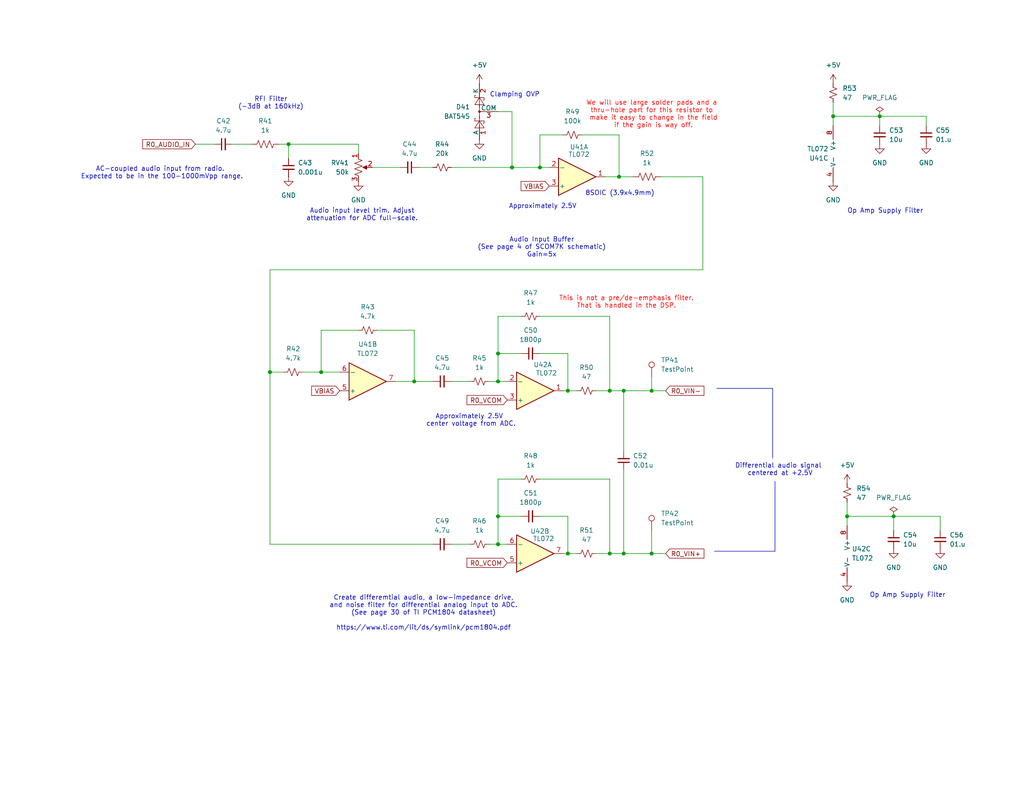
<source format=kicad_sch>
(kicad_sch (version 20250114) (generator "eeschema") (generator_version "9.0")
  (paper "USLetter")
  (title_block (title "COS/CTCSS/PTT Controls (Radio 1)") (date "2025-03-18") (rev "2") (company "Bruce MacKinnon KC1FSZ") (comment 1 "Copyright (C) Bruce MacKinnon, 2025") (comment 2 "NOT FOR COMMERCIAL USE"))
  (lib_symbols
    (symbol "Amplifier_Operational:TL072" (pin_names (offset 0.127))
      (property "Reference" "U" (at 0 5.08 0))
      (property "Value" "TL072" (at 0 -5.08 0))
      (symbol "TL072_1_1"
        (polyline (pts (xy -5.08 5.08) (xy 5.08 0) (xy -5.08 -5.08) (xy -5.08 5.08)) (stroke (width 0.254)) (fill (type background)))
        (pin input line (at -7.62 2.54 0) (length 2.54) (name "+") (number "3"))
        (pin input line (at -7.62 -2.54 0) (length 2.54) (name "-") (number "2"))
        (pin output line (at 7.62 0 180) (length 2.54) (name "~") (number "1"))
      )
      (symbol "TL072_2_1"
        (polyline (pts (xy -5.08 5.08) (xy 5.08 0) (xy -5.08 -5.08) (xy -5.08 5.08)) (stroke (width 0.254)) (fill (type background)))
        (pin input line (at -7.62 2.54 0) (length 2.54) (name "+") (number "5"))
        (pin input line (at -7.62 -2.54 0) (length 2.54) (name "-") (number "6"))
        (pin output line (at 7.62 0 180) (length 2.54) (name "~") (number "7"))
      )
      (symbol "TL072_3_1"
        (pin power_in line (at -2.54 7.62 270) (length 3.81) (name "V+") (number "8"))
        (pin power_in line (at -2.54 -7.62 90) (length 3.81) (name "V-") (number "4"))
      )
    )
    (symbol "Connector:TestPoint" (pin_numbers (hide yes)) (pin_names (offset 0.762) (hide yes))
      (property "Reference" "TP" (at 0 6.858 0))
      (property "Value" "TestPoint" (at 0 5.08 0))
      (symbol "TestPoint_0_1"
        (circle (center 0 3.302) (radius 0.762))
      )
      (symbol "TestPoint_1_1"
        (pin passive line (at 0 0 90) (length 2.54) (name "1") (number "1"))
      )
    )
    (symbol "Device:C_Small" (pin_numbers (hide yes)) (pin_names (offset 0.254) (hide yes))
      (property "Reference" "C" (at 0.254 1.778 0))
      (property "Value" "C_Small" (at 0.254 -2.032 0))
      (symbol "C_Small_0_1"
        (polyline (pts (xy -1.524 0.508) (xy 1.524 0.508)) (stroke (width 0.3048)))
        (polyline (pts (xy -1.524 -0.508) (xy 1.524 -0.508)) (stroke (width 0.3302)))
      )
      (symbol "C_Small_1_1"
        (pin passive line (at 0 2.54 270) (length 2.032) (name "~") (number "1"))
        (pin passive line (at 0 -2.54 90) (length 2.032) (name "~") (number "2"))
      )
    )
    (symbol "Device:R_Potentiometer_US" (pin_names (offset 1.016) (hide yes))
      (property "Reference" "RV" (at -4.445 0 90))
      (property "Value" "R_Potentiometer_US" (at -2.54 0 90))
      (symbol "R_Potentiometer_US_0_1"
        (polyline (pts (xy 0 2.54) (xy 0 2.286)))
        (polyline (pts (xy 0 2.286) (xy 1.016 1.905) (xy 0 1.524) (xy -1.016 1.143) (xy 0 0.762)))
        (polyline (pts (xy 0 0.762) (xy 1.016 0.381) (xy 0 0) (xy -1.016 -0.381) (xy 0 -0.762)))
        (polyline (pts (xy 0 -0.762) (xy 1.016 -1.143) (xy 0 -1.524) (xy -1.016 -1.905) (xy 0 -2.286)))
        (polyline (pts (xy 0 -2.286) (xy 0 -2.54)))
        (polyline (pts (xy 1.143 0) (xy 2.286 0.508) (xy 2.286 -0.508) (xy 1.143 0)) (fill (type outline)))
        (polyline (pts (xy 2.54 0) (xy 1.524 0)))
      )
      (symbol "R_Potentiometer_US_1_1"
        (pin passive line (at 0 3.81 270) (length 1.27) (name "1") (number "1"))
        (pin passive line (at 0 -3.81 90) (length 1.27) (name "3") (number "3"))
        (pin passive line (at 3.81 0 180) (length 1.27) (name "2") (number "2"))
      )
    )
    (symbol "Device:R_Small_US" (pin_numbers (hide yes)) (pin_names (offset 0.254) (hide yes))
      (property "Reference" "R" (at 0.762 0.508 0))
      (property "Value" "R_Small_US" (at 0.762 -1.016 0))
      (symbol "R_Small_US_1_1"
        (polyline (pts (xy 0 1.524) (xy 1.016 1.143) (xy 0 0.762) (xy -1.016 0.381) (xy 0 0)))
        (polyline (pts (xy 0 0) (xy 1.016 -0.381) (xy 0 -0.762) (xy -1.016 -1.143) (xy 0 -1.524)))
        (pin passive line (at 0 2.54 270) (length 1.016) (name "~") (number "1"))
        (pin passive line (at 0 -2.54 90) (length 1.016) (name "~") (number "2"))
      )
    )
    (symbol "Device:R_US" (pin_numbers (hide yes)) (pin_names (offset 0))
      (property "Reference" "R" (at 2.54 0 90))
      (property "Value" "R_US" (at -2.54 0 90))
      (symbol "R_US_0_1"
        (polyline (pts (xy 0 2.286) (xy 0 2.54)))
        (polyline (pts (xy 0 2.286) (xy 1.016 1.905) (xy 0 1.524) (xy -1.016 1.143) (xy 0 0.762)))
        (polyline (pts (xy 0 0.762) (xy 1.016 0.381) (xy 0 0) (xy -1.016 -0.381) (xy 0 -0.762)))
        (polyline (pts (xy 0 -0.762) (xy 1.016 -1.143) (xy 0 -1.524) (xy -1.016 -1.905) (xy 0 -2.286)))
        (polyline (pts (xy 0 -2.286) (xy 0 -2.54)))
      )
      (symbol "R_US_1_1"
        (pin passive line (at 0 3.81 270) (length 1.27) (name "~") (number "1"))
        (pin passive line (at 0 -3.81 90) (length 1.27) (name "~") (number "2"))
      )
    )
    (symbol "Diode:BAT54S" (pin_names (offset 0))
      (property "Reference" "D" (at 2.54 -5.08 0))
      (property "Value" "BAT54S" (at -6.35 3.175 0))
      (symbol "BAT54S_0_1"
        (polyline (pts (xy -4.445 1.27) (xy -4.445 -1.27) (xy -2.54 0) (xy -4.445 1.27)))
        (polyline (pts (xy -3.81 0) (xy -1.27 0)))
        (polyline (pts (xy -3.175 -1.27) (xy -3.175 -1.016)))
        (polyline (pts (xy -2.54 1.27) (xy -1.905 1.27)))
        (polyline (pts (xy -2.54 -1.27) (xy -3.175 -1.27)))
        (polyline (pts (xy -2.54 -1.27) (xy -2.54 1.27)))
        (polyline (pts (xy -1.905 1.27) (xy -1.905 1.016)))
        (polyline (pts (xy -1.905 0) (xy 1.905 0)))
        (circle (center 0 0) (radius 0.254) (fill (type outline)))
        (polyline (pts (xy 1.27 0) (xy 3.81 0)))
        (polyline (pts (xy 1.905 1.27) (xy 1.905 -1.27) (xy 3.81 0) (xy 1.905 1.27)))
        (polyline (pts (xy 3.175 -1.27) (xy 3.175 -1.016)))
        (polyline (pts (xy 3.81 1.27) (xy 4.445 1.27)))
        (polyline (pts (xy 3.81 -1.27) (xy 3.175 -1.27)))
        (polyline (pts (xy 3.81 -1.27) (xy 3.81 1.27)))
        (polyline (pts (xy 4.445 1.27) (xy 4.445 1.016)))
      )
      (symbol "BAT54S_1_1"
        (pin passive line (at -7.62 0 0) (length 3.81) (name "A") (number "1"))
        (pin passive line (at 0 -5.08 90) (length 5.08) (name "COM") (number "3"))
        (pin passive line (at 7.62 0 180) (length 3.81) (name "K") (number "2"))
      )
    )
    (symbol "power:+5V" (power) (pin_numbers (hide yes)) (pin_names (offset 0) (hide yes))
      (property "Value" "+5V" (at 0 3.556 0))
      (symbol "+5V_0_1"
        (polyline (pts (xy -0.762 1.27) (xy 0 2.54)))
        (polyline (pts (xy 0 2.54) (xy 0.762 1.27)))
        (polyline (pts (xy 0 0) (xy 0 2.54)))
      )
      (symbol "+5V_1_1"
        (pin power_in line (at 0 0 90) (length 0) (name "~") (number "1"))
      )
    )
    (symbol "power:GND" (power) (pin_numbers (hide yes)) (pin_names (offset 0) (hide yes))
      (property "Value" "GND" (at 0 -3.81 0))
      (symbol "GND_0_1"
        (polyline (pts (xy 0 0) (xy 0 -1.27) (xy 1.27 -1.27) (xy 0 -2.54) (xy -1.27 -1.27) (xy 0 -1.27)))
      )
      (symbol "GND_1_1"
        (pin power_in line (at 0 0 270) (length 0) (name "~") (number "1"))
      )
    )
    (symbol "power:PWR_FLAG" (power) (pin_numbers (hide yes)) (pin_names (offset 0) (hide yes))
      (property "Value" "PWR_FLAG" (at 0 3.81 0))
      (symbol "PWR_FLAG_0_0"
        (pin power_out line (at 0 0 90) (length 0) (name "~") (number "1"))
      )
      (symbol "PWR_FLAG_0_1"
        (polyline (pts (xy 0 0) (xy 0 1.27) (xy -1.016 1.905) (xy 0 2.54) (xy 1.016 1.905) (xy 0 1.27)))
      )
    )
  )
  (text "Op Amp Supply Filter" (at 247.65 162.56 0) (effects (font (size 1.27 1.27))))
  (text "Op Amp Supply Filter" (at 241.554 57.658 0) (effects (font (size 1.27 1.27))))
  (text "Differential audio signal \ncentered at +2.5V" (at 212.852 128.27 0) (effects (font (size 1.27 1.27))))
  (text "Approximately 2.5V \ncenter voltage from ADC." (at 128.524 114.808 0) (effects (font (size 1.27 1.27))))
  (text "We will use large solder pads and a \nthru-hole part for this resistor to \nmake it easy to change in the field\nif the gain is way off." (at 178.308 31.242 0) (effects (font (size 1.27 1.27))))
  (text "Audio input level trim. Adjust\nattenuation for ADC full-scale." (at 98.806 58.674 0) (effects (font (size 1.27 1.27))))
  (text "RFI Filter\n(-3dB at 160kHz)" (at 73.914 28.194 0) (effects (font (size 1.27 1.27))))
  (text "Create differemtial audio, a low-impedance drive,\nand noise filter for differential analog input to ADC.\n(See page 30 of TI PCM1804 datasheet)\n\nhttps://www.ti.com/lit/ds/symlink/pcm1804.pdf\n" (at 115.57 167.386 0) (effects (font (size 1.27 1.27))))
  (text "This is not a pre/de-emphasis filter.\nThat is handled in the DSP." (at 170.942 82.55 0) (effects (font (size 1.27 1.27))))
  (text "Clamping OVP" (at 140.462 25.908 0) (effects (font (size 1.27 1.27))))
  (text "Audio Input Buffer\n(See page 4 of SCOM7K schematic)\nGain=5x" (at 147.828 67.564 0) (effects (font (size 1.27 1.27))))
  (text "AC-coupled audio input from radio. \nExpected to be in the 100-1000mVpp range." (at 44.196 47.244 0) (effects (font (size 1.27 1.27))))
  (text "Approximately 2.5V\n" (at 148.082 56.388 0) (effects (font (size 1.27 1.27))))
  (text "8SOIC (3.9x4.9mm)" (at 169.164 52.832 0) (effects (font (size 1.27 1.27))))
  (junction (at 154.94 151.13))
  (junction (at 166.37 106.68))
  (junction (at 231.14 140.97))
  (junction (at 135.89 104.14))
  (junction (at 147.32 45.72))
  (junction (at 139.7 45.72))
  (junction (at 166.37 151.13))
  (junction (at 78.74 39.37))
  (junction (at 135.89 140.97))
  (junction (at 135.89 148.59))
  (junction (at 113.03 104.14))
  (junction (at 154.94 106.68))
  (junction (at 87.63 101.6))
  (junction (at 243.84 140.97))
  (junction (at 168.91 48.26))
  (junction (at 73.66 101.6))
  (junction (at 177.8 151.13))
  (junction (at 177.8 106.68))
  (junction (at 135.89 96.52))
  (junction (at 227.33 31.75))
  (junction (at 240.03 31.75))
  (junction (at 170.18 151.13))
  (junction (at 170.18 106.68))
  (wire (pts (xy 97.79 39.37) (xy 97.79 41.91)))
  (wire (pts (xy 180.34 48.26) (xy 191.77 48.26)))
  (wire (pts (xy 168.91 36.83) (xy 168.91 48.26)))
  (wire (pts (xy 252.73 31.75) (xy 240.03 31.75)))
  (wire (pts (xy 177.8 106.68) (xy 181.61 106.68)))
  (wire (pts (xy 154.94 96.52) (xy 154.94 106.68)))
  (wire (pts (xy 231.14 137.16) (xy 231.14 140.97)))
  (wire (pts (xy 227.33 27.94) (xy 227.33 31.75)))
  (wire (pts (xy 133.35 148.59) (xy 135.89 148.59)))
  (wire (pts (xy 135.89 148.59) (xy 138.43 148.59)))
  (wire (pts (xy 243.84 140.97) (xy 256.54 140.97)))
  (wire (pts (xy 162.56 106.68) (xy 166.37 106.68)))
  (wire (pts (xy 73.66 73.66) (xy 73.66 101.6)))
  (wire (pts (xy 154.94 151.13) (xy 157.48 151.13)))
  (wire (pts (xy 63.5 39.37) (xy 68.58 39.37)))
  (wire (pts (xy 135.89 96.52) (xy 142.24 96.52)))
  (wire (pts (xy 170.18 106.68) (xy 170.18 123.19)))
  (wire (pts (xy 102.87 90.17) (xy 113.03 90.17)))
  (wire (pts (xy 123.19 148.59) (xy 128.27 148.59)))
  (polyline (pts (xy 195.58 106.045) (xy 210.82 106.045)))
  (wire (pts (xy 73.66 101.6) (xy 77.47 101.6)))
  (wire (pts (xy 78.74 39.37) (xy 97.79 39.37)))
  (wire (pts (xy 139.7 45.72) (xy 147.32 45.72)))
  (wire (pts (xy 243.84 144.78) (xy 243.84 140.97)))
  (wire (pts (xy 76.2 39.37) (xy 78.74 39.37)))
  (wire (pts (xy 166.37 86.36) (xy 166.37 106.68)))
  (wire (pts (xy 135.89 96.52) (xy 135.89 104.14)))
  (wire (pts (xy 168.91 48.26) (xy 172.72 48.26)))
  (wire (pts (xy 114.3 45.72) (xy 118.11 45.72)))
  (wire (pts (xy 170.18 151.13) (xy 177.8 151.13)))
  (wire (pts (xy 53.34 39.37) (xy 58.42 39.37)))
  (wire (pts (xy 147.32 96.52) (xy 154.94 96.52)))
  (wire (pts (xy 97.79 90.17) (xy 87.63 90.17)))
  (wire (pts (xy 170.18 128.27) (xy 170.18 151.13)))
  (wire (pts (xy 82.55 101.6) (xy 87.63 101.6)))
  (wire (pts (xy 133.35 104.14) (xy 135.89 104.14)))
  (wire (pts (xy 166.37 151.13) (xy 170.18 151.13)))
  (wire (pts (xy 191.77 73.66) (xy 73.66 73.66)))
  (wire (pts (xy 231.14 140.97) (xy 243.84 140.97)))
  (wire (pts (xy 166.37 106.68) (xy 170.18 106.68)))
  (wire (pts (xy 177.8 144.78) (xy 177.8 151.13)))
  (wire (pts (xy 123.19 45.72) (xy 139.7 45.72)))
  (wire (pts (xy 135.89 30.48) (xy 139.7 30.48)))
  (wire (pts (xy 113.03 104.14) (xy 118.11 104.14)))
  (polyline (pts (xy 211.455 131.445) (xy 211.455 150.495)))
  (wire (pts (xy 162.56 151.13) (xy 166.37 151.13)))
  (wire (pts (xy 135.89 130.81) (xy 142.24 130.81)))
  (wire (pts (xy 73.66 101.6) (xy 73.66 148.59)))
  (wire (pts (xy 135.89 86.36) (xy 135.89 96.52)))
  (wire (pts (xy 123.19 104.14) (xy 128.27 104.14)))
  (wire (pts (xy 256.54 140.97) (xy 256.54 144.78)))
  (wire (pts (xy 135.89 130.81) (xy 135.89 140.97)))
  (wire (pts (xy 87.63 101.6) (xy 92.71 101.6)))
  (wire (pts (xy 231.14 140.97) (xy 231.14 143.51)))
  (wire (pts (xy 147.32 86.36) (xy 166.37 86.36)))
  (wire (pts (xy 107.95 104.14) (xy 113.03 104.14)))
  (wire (pts (xy 135.89 86.36) (xy 142.24 86.36)))
  (wire (pts (xy 135.89 104.14) (xy 138.43 104.14)))
  (wire (pts (xy 147.32 36.83) (xy 153.67 36.83)))
  (wire (pts (xy 153.67 106.68) (xy 154.94 106.68)))
  (wire (pts (xy 227.33 31.75) (xy 227.33 34.29)))
  (wire (pts (xy 135.89 140.97) (xy 135.89 148.59)))
  (wire (pts (xy 158.75 36.83) (xy 168.91 36.83)))
  (wire (pts (xy 73.66 148.59) (xy 118.11 148.59)))
  (wire (pts (xy 154.94 106.68) (xy 157.48 106.68)))
  (wire (pts (xy 87.63 90.17) (xy 87.63 101.6)))
  (wire (pts (xy 147.32 36.83) (xy 147.32 45.72)))
  (wire (pts (xy 165.1 48.26) (xy 168.91 48.26)))
  (wire (pts (xy 153.67 151.13) (xy 154.94 151.13)))
  (wire (pts (xy 170.18 106.68) (xy 177.8 106.68)))
  (wire (pts (xy 154.94 140.97) (xy 154.94 151.13)))
  (wire (pts (xy 252.73 34.29) (xy 252.73 31.75)))
  (wire (pts (xy 240.03 34.29) (xy 240.03 31.75)))
  (wire (pts (xy 78.74 39.37) (xy 78.74 43.18)))
  (wire (pts (xy 101.6 45.72) (xy 109.22 45.72)))
  (wire (pts (xy 177.8 102.87) (xy 177.8 106.68)))
  (wire (pts (xy 135.89 140.97) (xy 142.24 140.97)))
  (wire (pts (xy 166.37 130.81) (xy 166.37 151.13)))
  (wire (pts (xy 177.8 151.13) (xy 181.61 151.13)))
  (polyline (pts (xy 194.945 150.495) (xy 211.455 150.495)))
  (wire (pts (xy 139.7 30.48) (xy 139.7 45.72)))
  (wire (pts (xy 227.33 31.75) (xy 240.03 31.75)))
  (wire (pts (xy 147.32 130.81) (xy 166.37 130.81)))
  (wire (pts (xy 147.32 140.97) (xy 154.94 140.97)))
  (polyline (pts (xy 210.82 106.045) (xy 210.82 125.095)))
  (wire (pts (xy 113.03 90.17) (xy 113.03 104.14)))
  (wire (pts (xy 191.77 48.26) (xy 191.77 73.66)))
  (wire (pts (xy 147.32 45.72) (xy 149.86 45.72)))
  (global_label "R0_VCOM" (shape input) (at 138.43 153.67 180) (property "Intersheetrefs" "${INTERSHEET_REFS}" (effects (hide yes))))
  (global_label "VBIAS" (shape input) (at 92.71 106.68 180) (property "Intersheetrefs" "${INTERSHEET_REFS}" (effects (hide yes))))
  (global_label "R0_VCOM" (shape input) (at 138.43 109.22 180) (property "Intersheetrefs" "${INTERSHEET_REFS}" (effects (hide yes))))
  (global_label "R0_AUDIO_IN" (shape input) (at 53.34 39.37 180) (property "Intersheetrefs" "${INTERSHEET_REFS}" (effects (hide yes))))
  (global_label "VBIAS" (shape input) (at 149.86 50.8 180) (property "Intersheetrefs" "${INTERSHEET_REFS}" (effects (hide yes))))
  (global_label "R0_VIN+" (shape input) (at 181.61 151.13 0) (property "Intersheetrefs" "${INTERSHEET_REFS}" (effects (hide yes))))
  (global_label "R0_VIN-" (shape input) (at 181.61 106.68 0) (property "Intersheetrefs" "${INTERSHEET_REFS}" (effects (hide yes))))
  (symbol (lib_id "Amplifier_Operational:TL072") (at 146.05 106.68 0) (mirror x) (unit 1)
    (property "Reference" "U42" (at 148.082 99.568 0))
    (property "Value" "TL072" (at 149.098 101.854 0))
    (property "Footprint" "Package_SO:SOIC-8_3.9x4.9mm_P1.27mm" (effects (hide yes)))
    (property "Datasheet" "http://www.ti.com/lit/ds/symlink/tl071.pdf" (effects (hide yes)))
    (property "Description" "Dual Low-Noise JFET-Input Operational Amplifiers, DIP-8/SOIC-8" (effects (hide yes)))
  )
  (symbol (lib_id "power:GND") (at 231.14 158.75 0) (unit 1)
    (property "Reference" "#PWR0119" (effects (hide yes)))
    (property "Value" "GND" (at 231.14 163.83 0))
    (property "Description" "Power symbol creates a global label with name \"GND\" , ground" (effects (hide yes)))
  )
  (symbol (lib_id "Device:R_US") (at 72.39 39.37 90) (unit 1)
    (property "Reference" "R41" (at 72.39 33.02 90))
    (property "Value" "1k" (at 72.39 35.56 90))
    (property "Footprint" "Resistor_SMD:R_0805_2012Metric_Pad1.20x1.40mm_HandSolder" (effects (hide yes)))
    (property "Description" "Resistor, US symbol" (effects (hide yes)))
  )
  (symbol (lib_id "power:PWR_FLAG") (at 243.84 140.97 0) (unit 1)
    (property "Reference" "#FLG042" (effects (hide yes)))
    (property "Value" "PWR_FLAG" (at 243.84 135.89 0))
    (property "Description" "Special symbol for telling ERC where power comes from" (effects (hide yes)))
  )
  (symbol (lib_id "Amplifier_Operational:TL072") (at 233.68 151.13 0) (unit 3)
    (property "Reference" "U42" (at 232.41 149.8599 0) (effects (justify left)))
    (property "Value" "TL072" (at 232.41 152.3999 0) (effects (justify left)))
    (property "Footprint" "Package_SO:SOIC-8_3.9x4.9mm_P1.27mm" (effects (hide yes)))
    (property "Datasheet" "http://www.ti.com/lit/ds/symlink/tl071.pdf" (effects (hide yes)))
    (property "Description" "Dual Low-Noise JFET-Input Operational Amplifiers, DIP-8/SOIC-8" (effects (hide yes)))
  )
  (symbol (lib_id "power:GND") (at 240.03 39.37 0) (unit 1)
    (property "Reference" "#PWR0120" (effects (hide yes)))
    (property "Value" "GND" (at 240.03 44.45 0))
    (property "Description" "Power symbol creates a global label with name \"GND\" , ground" (effects (hide yes)))
  )
  (symbol (lib_id "Diode:BAT54S") (at 130.81 30.48 90) (unit 1)
    (property "Reference" "D41" (at 128.27 29.2099 90) (effects (justify left)))
    (property "Value" "BAT54S" (at 128.27 31.7499 90) (effects (justify left)))
    (property "Footprint" "Package_TO_SOT_SMD:SOT-23" (effects (hide yes)))
    (property "Datasheet" "https://www.diodes.com/assets/Datasheets/ds11005.pdf" (effects (hide yes)))
    (property "Description" "Vr 30V, If 200mA, Dual schottky barrier diode, in series, SOT-323" (effects (hide yes)))
  )
  (symbol (lib_id "Device:R_Small_US") (at 80.01 101.6 90) (unit 1)
    (property "Reference" "R42" (at 80.01 95.25 90))
    (property "Value" "4.7k" (at 80.01 97.79 90))
    (property "Footprint" "Resistor_SMD:R_0805_2012Metric_Pad1.20x1.40mm_HandSolder" (effects (hide yes)))
    (property "Description" "Resistor, small US symbol" (effects (hide yes)))
  )
  (symbol (lib_id "power:GND") (at 78.74 48.26 0) (unit 1)
    (property "Reference" "#PWR069" (effects (hide yes)))
    (property "Value" "GND" (at 78.74 53.34 0))
    (property "Description" "Power symbol creates a global label with name \"GND\" , ground" (effects (hide yes)))
  )
  (symbol (lib_id "power:+5V") (at 130.81 22.86 0) (unit 1)
    (property "Reference" "#PWR0109" (effects (hide yes)))
    (property "Value" "+5V" (at 130.81 17.78 0))
    (property "Description" "Power symbol creates a global label with name \"+5V\"" (effects (hide yes)))
  )
  (symbol (lib_id "Device:C_Small") (at 111.76 45.72 270) (unit 1)
    (property "Reference" "C44" (at 111.7536 39.37 90))
    (property "Value" "4.7u" (at 111.7536 41.91 90))
    (property "Footprint" "Capacitor_SMD:C_0805_2012Metric_Pad1.18x1.45mm_HandSolder" (effects (hide yes)))
    (property "Description" "Unpolarized capacitor, small symbol" (effects (hide yes)))
  )
  (symbol (lib_id "Device:R_Small_US") (at 160.02 151.13 90) (unit 1)
    (property "Reference" "R51" (at 160.02 144.78 90))
    (property "Value" "47" (at 160.02 147.32 90))
    (property "Footprint" "Resistor_SMD:R_0805_2012Metric_Pad1.20x1.40mm_HandSolder" (effects (hide yes)))
    (property "Description" "Resistor, small US symbol" (effects (hide yes)))
  )
  (symbol (lib_id "Device:R_Small_US") (at 100.33 90.17 90) (unit 1)
    (property "Reference" "R43" (at 100.33 83.82 90))
    (property "Value" "4.7k" (at 100.33 86.36 90))
    (property "Footprint" "Resistor_SMD:R_0805_2012Metric_Pad1.20x1.40mm_HandSolder" (effects (hide yes)))
    (property "Description" "Resistor, small US symbol" (effects (hide yes)))
  )
  (symbol (lib_id "Device:C_Small") (at 256.54 147.32 0) (unit 1)
    (property "Reference" "C56" (at 259.08 146.0562 0) (effects (justify left)))
    (property "Value" "01.u" (at 259.08 148.5962 0) (effects (justify left)))
    (property "Footprint" "Capacitor_SMD:C_0805_2012Metric_Pad1.18x1.45mm_HandSolder" (effects (hide yes)))
    (property "Description" "Unpolarized capacitor, small symbol" (effects (hide yes)))
  )
  (symbol (lib_id "Device:R_Small_US") (at 227.33 25.4 0) (unit 1)
    (property "Reference" "R53" (at 229.87 24.1299 0) (effects (justify left)))
    (property "Value" "47" (at 229.87 26.6699 0) (effects (justify left)))
    (property "Footprint" "Resistor_SMD:R_0805_2012Metric_Pad1.20x1.40mm_HandSolder" (effects (hide yes)))
    (property "Description" "Resistor, small US symbol" (effects (hide yes)))
  )
  (symbol (lib_id "Device:R_Small_US") (at 144.78 86.36 90) (unit 1)
    (property "Reference" "R47" (at 144.78 80.01 90))
    (property "Value" "1k" (at 144.78 82.55 90))
    (property "Footprint" "Resistor_SMD:R_0805_2012Metric_Pad1.20x1.40mm_HandSolder" (effects (hide yes)))
    (property "Description" "Resistor, small US symbol" (effects (hide yes)))
  )
  (symbol (lib_id "power:GND") (at 256.54 149.86 0) (unit 1)
    (property "Reference" "#PWR0123" (effects (hide yes)))
    (property "Value" "GND" (at 256.54 154.94 0))
    (property "Description" "Power symbol creates a global label with name \"GND\" , ground" (effects (hide yes)))
  )
  (symbol (lib_id "Device:C_Small") (at 78.74 45.72 0) (unit 1)
    (property "Reference" "C43" (at 81.28 44.4562 0) (effects (justify left)))
    (property "Value" "0.001u" (at 81.28 46.9962 0) (effects (justify left)))
    (property "Footprint" "Capacitor_SMD:C_0805_2012Metric_Pad1.18x1.45mm_HandSolder" (effects (hide yes)))
    (property "Description" "Unpolarized capacitor, small symbol" (effects (hide yes)))
  )
  (symbol (lib_id "Device:R_Small_US") (at 156.21 36.83 90) (unit 1)
    (property "Reference" "R49" (at 156.21 30.48 90))
    (property "Value" "100k" (at 156.21 33.02 90))
    (property "Footprint" "Resistor_SMD:R_0805_2012Metric_Pad1.20x1.40mm_HandSolder" (effects (hide yes)))
    (property "Description" "Resistor, small US symbol" (effects (hide yes)))
  )
  (symbol (lib_id "Device:R_Small_US") (at 144.78 130.81 90) (unit 1)
    (property "Reference" "R48" (at 144.78 124.46 90))
    (property "Value" "1k" (at 144.78 127 90))
    (property "Footprint" "Resistor_SMD:R_0805_2012Metric_Pad1.20x1.40mm_HandSolder" (effects (hide yes)))
    (property "Description" "Resistor, small US symbol" (effects (hide yes)))
  )
  (symbol (lib_id "Device:C_Small") (at 243.84 147.32 0) (unit 1)
    (property "Reference" "C54" (at 246.38 146.0562 0) (effects (justify left)))
    (property "Value" "10u" (at 246.38 148.5962 0) (effects (justify left)))
    (property "Footprint" "Capacitor_SMD:C_0805_2012Metric_Pad1.18x1.45mm_HandSolder" (effects (hide yes)))
    (property "Description" "Unpolarized capacitor, small symbol" (effects (hide yes)))
  )
  (symbol (lib_id "Device:R_Small_US") (at 231.14 134.62 0) (unit 1)
    (property "Reference" "R54" (at 233.68 133.3499 0) (effects (justify left)))
    (property "Value" "47" (at 233.68 135.8899 0) (effects (justify left)))
    (property "Footprint" "Resistor_SMD:R_0805_2012Metric_Pad1.20x1.40mm_HandSolder" (effects (hide yes)))
    (property "Description" "Resistor, small US symbol" (effects (hide yes)))
  )
  (symbol (lib_id "Device:R_Small_US") (at 130.81 148.59 90) (unit 1)
    (property "Reference" "R46" (at 130.81 142.24 90))
    (property "Value" "1k" (at 130.81 144.78 90))
    (property "Footprint" "Resistor_SMD:R_0805_2012Metric_Pad1.20x1.40mm_HandSolder" (effects (hide yes)))
    (property "Description" "Resistor, small US symbol" (effects (hide yes)))
  )
  (symbol (lib_id "Device:C_Small") (at 240.03 36.83 0) (unit 1)
    (property "Reference" "C53" (at 242.57 35.5662 0) (effects (justify left)))
    (property "Value" "10u" (at 242.57 38.1062 0) (effects (justify left)))
    (property "Footprint" "Capacitor_SMD:C_0805_2012Metric_Pad1.18x1.45mm_HandSolder" (effects (hide yes)))
    (property "Description" "Unpolarized capacitor, small symbol" (effects (hide yes)))
  )
  (symbol (lib_id "Amplifier_Operational:TL072") (at 146.05 151.13 0) (mirror x) (unit 2)
    (property "Reference" "U42" (at 147.32 145.034 0))
    (property "Value" "TL072" (at 148.336 147.066 0))
    (property "Footprint" "Package_SO:SOIC-8_3.9x4.9mm_P1.27mm" (effects (hide yes)))
    (property "Datasheet" "http://www.ti.com/lit/ds/symlink/tl071.pdf" (effects (hide yes)))
    (property "Description" "Dual Low-Noise JFET-Input Operational Amplifiers, DIP-8/SOIC-8" (effects (hide yes)))
  )
  (symbol (lib_id "Device:C_Small") (at 144.78 140.97 90) (unit 1)
    (property "Reference" "C51" (at 144.7863 134.62 90))
    (property "Value" "1800p" (at 144.7863 137.16 90))
    (property "Footprint" "Capacitor_SMD:C_0805_2012Metric_Pad1.18x1.45mm_HandSolder" (effects (hide yes)))
    (property "Description" "Unpolarized capacitor, small symbol" (effects (hide yes)))
  )
  (symbol (lib_id "Device:C_Small") (at 120.65 148.59 90) (unit 1)
    (property "Reference" "C49" (at 120.6563 142.24 90))
    (property "Value" "4.7u" (at 120.6563 144.78 90))
    (property "Footprint" "Capacitor_SMD:C_0805_2012Metric_Pad1.18x1.45mm_HandSolder" (effects (hide yes)))
    (property "Description" "Unpolarized capacitor, small symbol" (effects (hide yes)))
  )
  (symbol (lib_id "power:+5V") (at 227.33 22.86 0) (unit 1)
    (property "Reference" "#PWR0116" (effects (hide yes)))
    (property "Value" "+5V" (at 227.33 17.78 0))
    (property "Description" "Power symbol creates a global label with name \"+5V\"" (effects (hide yes)))
  )
  (symbol (lib_id "Device:C_Small") (at 144.78 96.52 90) (unit 1)
    (property "Reference" "C50" (at 144.7863 90.17 90))
    (property "Value" "1800p" (at 144.7863 92.71 90))
    (property "Footprint" "Capacitor_SMD:C_0805_2012Metric_Pad1.18x1.45mm_HandSolder" (effects (hide yes)))
    (property "Description" "Unpolarized capacitor, small symbol" (effects (hide yes)))
  )
  (symbol (lib_id "Device:R_Small_US") (at 160.02 106.68 90) (unit 1)
    (property "Reference" "R50" (at 160.02 100.33 90))
    (property "Value" "47" (at 160.02 102.87 90))
    (property "Footprint" "Resistor_SMD:R_0805_2012Metric_Pad1.20x1.40mm_HandSolder" (effects (hide yes)))
    (property "Description" "Resistor, small US symbol" (effects (hide yes)))
  )
  (symbol (lib_id "Amplifier_Operational:TL072") (at 157.48 48.26 0) (mirror x) (unit 1)
    (property "Reference" "U41" (at 157.988 40.132 0))
    (property "Value" "TL072" (at 157.988 42.164 0))
    (property "Footprint" "Package_SO:SOIC-8_3.9x4.9mm_P1.27mm" (effects (hide yes)))
    (property "Datasheet" "http://www.ti.com/lit/ds/symlink/tl071.pdf" (effects (hide yes)))
    (property "Description" "Dual Low-Noise JFET-Input Operational Amplifiers, DIP-8/SOIC-8" (effects (hide yes)))
  )
  (symbol (lib_id "Amplifier_Operational:TL072") (at 229.87 41.91 0) (unit 3)
    (property "Reference" "U41" (at 226.06 43.1801 0) (effects (justify right)))
    (property "Value" "TL072" (at 226.06 40.6401 0) (effects (justify right)))
    (property "Footprint" "Package_SO:SOIC-8_3.9x4.9mm_P1.27mm" (effects (hide yes)))
    (property "Datasheet" "http://www.ti.com/lit/ds/symlink/tl071.pdf" (effects (hide yes)))
    (property "Description" "Dual Low-Noise JFET-Input Operational Amplifiers, DIP-8/SOIC-8" (effects (hide yes)))
  )
  (symbol (lib_id "Device:R_Small_US") (at 120.65 45.72 90) (unit 1)
    (property "Reference" "R44" (at 120.65 39.37 90))
    (property "Value" "20k" (at 120.65 41.91 90))
    (property "Footprint" "Resistor_SMD:R_0805_2012Metric_Pad1.20x1.40mm_HandSolder" (effects (hide yes)))
    (property "Description" "Resistor, small US symbol" (effects (hide yes)))
  )
  (symbol (lib_id "power:GND") (at 227.33 49.53 0) (unit 1)
    (property "Reference" "#PWR0117" (effects (hide yes)))
    (property "Value" "GND" (at 227.33 54.61 0))
    (property "Description" "Power symbol creates a global label with name \"GND\" , ground" (effects (hide yes)))
  )
  (symbol (lib_id "Connector:TestPoint") (at 177.8 102.87 0) (unit 1)
    (property "Reference" "TP41" (at 180.34 98.2979 0) (effects (justify left)))
    (property "Value" "TestPoint" (at 180.34 100.8379 0) (effects (justify left)))
    (property "Footprint" "TestPoint:TestPoint_Pad_2.5x2.5mm" (effects (hide yes)))
    (property "Description" "test point" (effects (hide yes)))
  )
  (symbol (lib_id "Device:C_Small") (at 120.65 104.14 90) (unit 1)
    (property "Reference" "C45" (at 120.6563 97.79 90))
    (property "Value" "4.7u" (at 120.6563 100.33 90))
    (property "Footprint" "Capacitor_SMD:C_0805_2012Metric_Pad1.18x1.45mm_HandSolder" (effects (hide yes)))
    (property "Description" "Unpolarized capacitor, small symbol" (effects (hide yes)))
  )
  (symbol (lib_id "power:+5V") (at 231.14 132.08 0) (unit 1)
    (property "Reference" "#PWR0118" (effects (hide yes)))
    (property "Value" "+5V" (at 231.14 127 0))
    (property "Description" "Power symbol creates a global label with name \"+5V\"" (effects (hide yes)))
  )
  (symbol (lib_id "power:GND") (at 252.73 39.37 0) (unit 1)
    (property "Reference" "#PWR0122" (effects (hide yes)))
    (property "Value" "GND" (at 252.73 44.45 0))
    (property "Description" "Power symbol creates a global label with name \"GND\" , ground" (effects (hide yes)))
  )
  (symbol (lib_id "power:GND") (at 130.81 38.1 0) (unit 1)
    (property "Reference" "#PWR0110" (effects (hide yes)))
    (property "Value" "GND" (at 130.81 43.18 0))
    (property "Description" "Power symbol creates a global label with name \"GND\" , ground" (effects (hide yes)))
  )
  (symbol (lib_id "Device:R_Small_US") (at 130.81 104.14 90) (unit 1)
    (property "Reference" "R45" (at 130.81 97.79 90))
    (property "Value" "1k" (at 130.81 100.33 90))
    (property "Footprint" "Resistor_SMD:R_0805_2012Metric_Pad1.20x1.40mm_HandSolder" (effects (hide yes)))
    (property "Description" "Resistor, small US symbol" (effects (hide yes)))
  )
  (symbol (lib_id "Device:C_Small") (at 252.73 36.83 0) (unit 1)
    (property "Reference" "C55" (at 255.27 35.5662 0) (effects (justify left)))
    (property "Value" "01.u" (at 255.27 38.1062 0) (effects (justify left)))
    (property "Footprint" "Capacitor_SMD:C_0805_2012Metric_Pad1.18x1.45mm_HandSolder" (effects (hide yes)))
    (property "Description" "Unpolarized capacitor, small symbol" (effects (hide yes)))
  )
  (symbol (lib_id "power:GND") (at 243.84 149.86 0) (unit 1)
    (property "Reference" "#PWR0121" (effects (hide yes)))
    (property "Value" "GND" (at 243.84 154.94 0))
    (property "Description" "Power symbol creates a global label with name \"GND\" , ground" (effects (hide yes)))
  )
  (symbol (lib_id "power:GND") (at 97.79 49.53 0) (unit 1)
    (property "Reference" "#PWR071" (effects (hide yes)))
    (property "Value" "GND" (at 97.79 54.61 0))
    (property "Description" "Power symbol creates a global label with name \"GND\" , ground" (effects (hide yes)))
  )
  (symbol (lib_id "Device:R_US") (at 176.53 48.26 90) (unit 1)
    (property "Reference" "R52" (at 176.53 41.91 90))
    (property "Value" "1k" (at 176.53 44.45 90))
    (property "Footprint" "Resistor_SMD:R_0805_2012Metric_Pad1.20x1.40mm_HandSolder" (effects (hide yes)))
    (property "Description" "Resistor, US symbol" (effects (hide yes)))
  )
  (symbol (lib_id "Device:C_Small") (at 170.18 125.73 180) (unit 1)
    (property "Reference" "C52" (at 172.72 124.4535 0) (effects (justify right)))
    (property "Value" "0.01u" (at 172.72 126.9935 0) (effects (justify right)))
    (property "Footprint" "Capacitor_SMD:C_0805_2012Metric_Pad1.18x1.45mm_HandSolder" (effects (hide yes)))
    (property "Description" "Unpolarized capacitor, small symbol" (effects (hide yes)))
  )
  (symbol (lib_id "Device:C_Small") (at 60.96 39.37 90) (unit 1)
    (property "Reference" "C42" (at 60.9663 33.02 90))
    (property "Value" "4.7u" (at 60.9663 35.56 90))
    (property "Footprint" "Capacitor_SMD:C_0805_2012Metric_Pad1.18x1.45mm_HandSolder" (effects (hide yes)))
    (property "Description" "Unpolarized capacitor, small symbol" (effects (hide yes)))
  )
  (symbol (lib_id "power:PWR_FLAG") (at 240.03 31.75 0) (unit 1)
    (property "Reference" "#FLG041" (effects (hide yes)))
    (property "Value" "PWR_FLAG" (at 240.03 26.67 0))
    (property "Description" "Special symbol for telling ERC where power comes from" (effects (hide yes)))
  )
  (symbol (lib_id "Connector:TestPoint") (at 177.8 144.78 0) (unit 1)
    (property "Reference" "TP42" (at 180.34 140.2079 0) (effects (justify left)))
    (property "Value" "TestPoint" (at 180.34 142.7479 0) (effects (justify left)))
    (property "Footprint" "TestPoint:TestPoint_Pad_2.5x2.5mm" (effects (hide yes)))
    (property "Description" "test point" (effects (hide yes)))
  )
  (symbol (lib_id "Device:R_Potentiometer_US") (at 97.79 45.72 0) (unit 1)
    (property "Reference" "RV41" (at 95.25 44.4499 0) (effects (justify right)))
    (property "Value" "50k" (at 95.25 46.9899 0) (effects (justify right)))
    (property "Footprint" "bruce-footprints:POT_3362P" (effects (hide yes)))
    (property "Description" "Potentiometer, US symbol" (effects (hide yes)))
  )
  (symbol (lib_id "Amplifier_Operational:TL072") (at 100.33 104.14 0) (mirror x) (unit 2)
    (property "Reference" "U41" (at 100.33 93.98 0))
    (property "Value" "TL072" (at 100.33 96.52 0))
    (property "Footprint" "Package_SO:SOIC-8_3.9x4.9mm_P1.27mm" (effects (hide yes)))
    (property "Datasheet" "http://www.ti.com/lit/ds/symlink/tl071.pdf" (effects (hide yes)))
    (property "Description" "Dual Low-Noise JFET-Input Operational Amplifiers, DIP-8/SOIC-8" (effects (hide yes)))
  )
)
</source>
